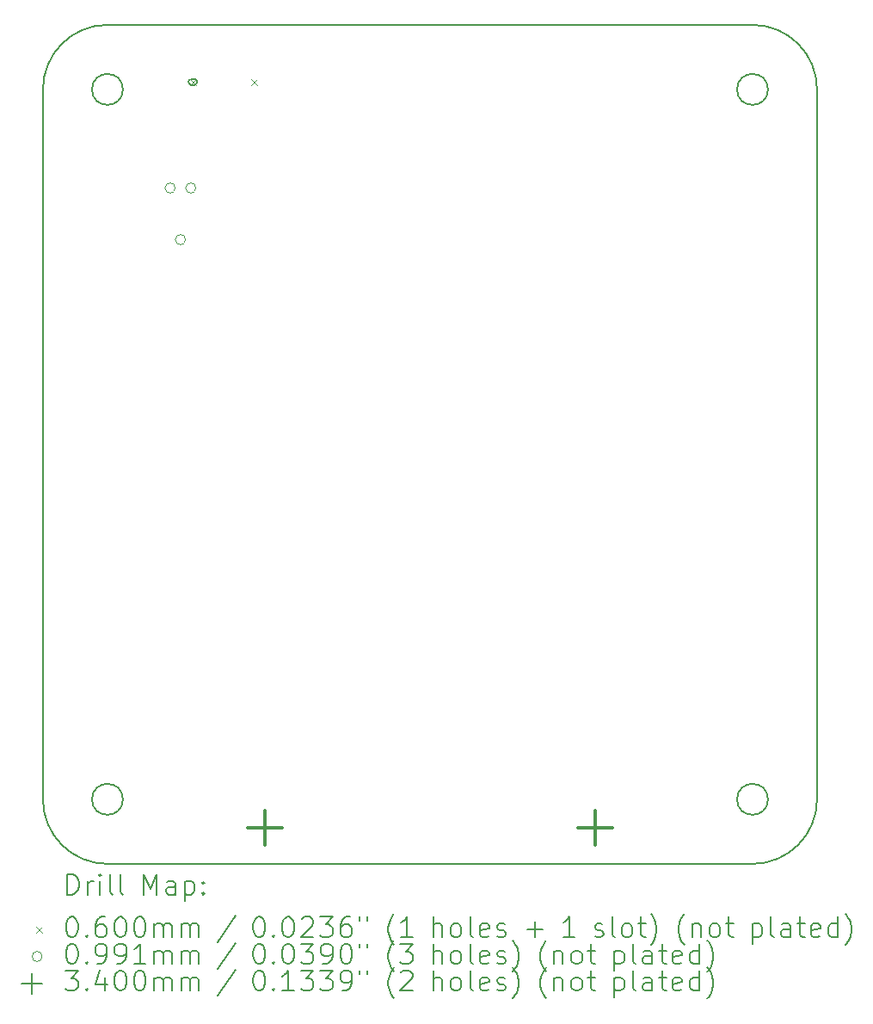
<source format=gbr>
%TF.GenerationSoftware,KiCad,Pcbnew,(7.0.0)*%
%TF.CreationDate,2023-08-22T13:37:15-04:00*%
%TF.ProjectId,Power Module Rev 5,506f7765-7220-44d6-9f64-756c65205265,rev?*%
%TF.SameCoordinates,Original*%
%TF.FileFunction,Drillmap*%
%TF.FilePolarity,Positive*%
%FSLAX45Y45*%
G04 Gerber Fmt 4.5, Leading zero omitted, Abs format (unit mm)*
G04 Created by KiCad (PCBNEW (7.0.0)) date 2023-08-22 13:37:15*
%MOMM*%
%LPD*%
G01*
G04 APERTURE LIST*
%ADD10C,0.160000*%
%ADD11C,0.200000*%
%ADD12C,0.060000*%
%ADD13C,0.099060*%
%ADD14C,0.340000*%
G04 APERTURE END LIST*
D10*
X16027400Y-12484100D02*
G75*
G03*
X16027400Y-12484100I-152400J0D01*
G01*
X16027400Y-5499100D02*
G75*
G03*
X16027400Y-5499100I-152400J0D01*
G01*
X9677400Y-5499100D02*
G75*
G03*
X9677400Y-5499100I-152400J0D01*
G01*
X9525000Y-4864100D02*
G75*
G03*
X8890000Y-5499100I0J-635000D01*
G01*
X9525000Y-4864100D02*
X15875000Y-4864100D01*
X9677400Y-12484100D02*
G75*
G03*
X9677400Y-12484100I-152400J0D01*
G01*
X15875000Y-13119100D02*
X9525000Y-13119100D01*
X16510000Y-5499100D02*
X16510000Y-12484100D01*
X8890000Y-12484100D02*
G75*
G03*
X9525000Y-13119100I635000J0D01*
G01*
X8890000Y-12484100D02*
X8890000Y-5499100D01*
X15875000Y-13119100D02*
G75*
G03*
X16510000Y-12484100I0J635000D01*
G01*
X16510000Y-5499100D02*
G75*
G03*
X15875000Y-4864100I-635000J0D01*
G01*
D11*
D12*
X10335460Y-5394700D02*
X10395460Y-5454700D01*
X10395460Y-5394700D02*
X10335460Y-5454700D01*
D11*
X10377960Y-5394700D02*
X10352960Y-5394700D01*
X10352960Y-5394700D02*
G75*
G03*
X10352960Y-5454700I0J-30000D01*
G01*
X10352960Y-5454700D02*
X10377960Y-5454700D01*
X10377960Y-5454700D02*
G75*
G03*
X10377960Y-5394700I0J30000D01*
G01*
D12*
X10935460Y-5394700D02*
X10995460Y-5454700D01*
X10995460Y-5394700D02*
X10935460Y-5454700D01*
D13*
X10191750Y-6469380D02*
G75*
G03*
X10191750Y-6469380I-49530J0D01*
G01*
X10293350Y-6977380D02*
G75*
G03*
X10293350Y-6977380I-49530J0D01*
G01*
X10394950Y-6469380D02*
G75*
G03*
X10394950Y-6469380I-49530J0D01*
G01*
D14*
X11075000Y-12593500D02*
X11075000Y-12933500D01*
X10905000Y-12763500D02*
X11245000Y-12763500D01*
X14325000Y-12593500D02*
X14325000Y-12933500D01*
X14155000Y-12763500D02*
X14495000Y-12763500D01*
D11*
X9129619Y-13420576D02*
X9129619Y-13220576D01*
X9129619Y-13220576D02*
X9177238Y-13220576D01*
X9177238Y-13220576D02*
X9205810Y-13230100D01*
X9205810Y-13230100D02*
X9224857Y-13249148D01*
X9224857Y-13249148D02*
X9234381Y-13268195D01*
X9234381Y-13268195D02*
X9243905Y-13306290D01*
X9243905Y-13306290D02*
X9243905Y-13334862D01*
X9243905Y-13334862D02*
X9234381Y-13372957D01*
X9234381Y-13372957D02*
X9224857Y-13392005D01*
X9224857Y-13392005D02*
X9205810Y-13411052D01*
X9205810Y-13411052D02*
X9177238Y-13420576D01*
X9177238Y-13420576D02*
X9129619Y-13420576D01*
X9329619Y-13420576D02*
X9329619Y-13287243D01*
X9329619Y-13325338D02*
X9339143Y-13306290D01*
X9339143Y-13306290D02*
X9348667Y-13296767D01*
X9348667Y-13296767D02*
X9367714Y-13287243D01*
X9367714Y-13287243D02*
X9386762Y-13287243D01*
X9453429Y-13420576D02*
X9453429Y-13287243D01*
X9453429Y-13220576D02*
X9443905Y-13230100D01*
X9443905Y-13230100D02*
X9453429Y-13239624D01*
X9453429Y-13239624D02*
X9462952Y-13230100D01*
X9462952Y-13230100D02*
X9453429Y-13220576D01*
X9453429Y-13220576D02*
X9453429Y-13239624D01*
X9577238Y-13420576D02*
X9558190Y-13411052D01*
X9558190Y-13411052D02*
X9548667Y-13392005D01*
X9548667Y-13392005D02*
X9548667Y-13220576D01*
X9682000Y-13420576D02*
X9662952Y-13411052D01*
X9662952Y-13411052D02*
X9653429Y-13392005D01*
X9653429Y-13392005D02*
X9653429Y-13220576D01*
X9878190Y-13420576D02*
X9878190Y-13220576D01*
X9878190Y-13220576D02*
X9944857Y-13363433D01*
X9944857Y-13363433D02*
X10011524Y-13220576D01*
X10011524Y-13220576D02*
X10011524Y-13420576D01*
X10192476Y-13420576D02*
X10192476Y-13315814D01*
X10192476Y-13315814D02*
X10182952Y-13296767D01*
X10182952Y-13296767D02*
X10163905Y-13287243D01*
X10163905Y-13287243D02*
X10125809Y-13287243D01*
X10125809Y-13287243D02*
X10106762Y-13296767D01*
X10192476Y-13411052D02*
X10173429Y-13420576D01*
X10173429Y-13420576D02*
X10125809Y-13420576D01*
X10125809Y-13420576D02*
X10106762Y-13411052D01*
X10106762Y-13411052D02*
X10097238Y-13392005D01*
X10097238Y-13392005D02*
X10097238Y-13372957D01*
X10097238Y-13372957D02*
X10106762Y-13353909D01*
X10106762Y-13353909D02*
X10125809Y-13344386D01*
X10125809Y-13344386D02*
X10173429Y-13344386D01*
X10173429Y-13344386D02*
X10192476Y-13334862D01*
X10287714Y-13287243D02*
X10287714Y-13487243D01*
X10287714Y-13296767D02*
X10306762Y-13287243D01*
X10306762Y-13287243D02*
X10344857Y-13287243D01*
X10344857Y-13287243D02*
X10363905Y-13296767D01*
X10363905Y-13296767D02*
X10373429Y-13306290D01*
X10373429Y-13306290D02*
X10382952Y-13325338D01*
X10382952Y-13325338D02*
X10382952Y-13382481D01*
X10382952Y-13382481D02*
X10373429Y-13401528D01*
X10373429Y-13401528D02*
X10363905Y-13411052D01*
X10363905Y-13411052D02*
X10344857Y-13420576D01*
X10344857Y-13420576D02*
X10306762Y-13420576D01*
X10306762Y-13420576D02*
X10287714Y-13411052D01*
X10468667Y-13401528D02*
X10478190Y-13411052D01*
X10478190Y-13411052D02*
X10468667Y-13420576D01*
X10468667Y-13420576D02*
X10459143Y-13411052D01*
X10459143Y-13411052D02*
X10468667Y-13401528D01*
X10468667Y-13401528D02*
X10468667Y-13420576D01*
X10468667Y-13296767D02*
X10478190Y-13306290D01*
X10478190Y-13306290D02*
X10468667Y-13315814D01*
X10468667Y-13315814D02*
X10459143Y-13306290D01*
X10459143Y-13306290D02*
X10468667Y-13296767D01*
X10468667Y-13296767D02*
X10468667Y-13315814D01*
D12*
X8822000Y-13737100D02*
X8882000Y-13797100D01*
X8882000Y-13737100D02*
X8822000Y-13797100D01*
D11*
X9167714Y-13640576D02*
X9186762Y-13640576D01*
X9186762Y-13640576D02*
X9205810Y-13650100D01*
X9205810Y-13650100D02*
X9215333Y-13659624D01*
X9215333Y-13659624D02*
X9224857Y-13678671D01*
X9224857Y-13678671D02*
X9234381Y-13716767D01*
X9234381Y-13716767D02*
X9234381Y-13764386D01*
X9234381Y-13764386D02*
X9224857Y-13802481D01*
X9224857Y-13802481D02*
X9215333Y-13821528D01*
X9215333Y-13821528D02*
X9205810Y-13831052D01*
X9205810Y-13831052D02*
X9186762Y-13840576D01*
X9186762Y-13840576D02*
X9167714Y-13840576D01*
X9167714Y-13840576D02*
X9148667Y-13831052D01*
X9148667Y-13831052D02*
X9139143Y-13821528D01*
X9139143Y-13821528D02*
X9129619Y-13802481D01*
X9129619Y-13802481D02*
X9120095Y-13764386D01*
X9120095Y-13764386D02*
X9120095Y-13716767D01*
X9120095Y-13716767D02*
X9129619Y-13678671D01*
X9129619Y-13678671D02*
X9139143Y-13659624D01*
X9139143Y-13659624D02*
X9148667Y-13650100D01*
X9148667Y-13650100D02*
X9167714Y-13640576D01*
X9320095Y-13821528D02*
X9329619Y-13831052D01*
X9329619Y-13831052D02*
X9320095Y-13840576D01*
X9320095Y-13840576D02*
X9310571Y-13831052D01*
X9310571Y-13831052D02*
X9320095Y-13821528D01*
X9320095Y-13821528D02*
X9320095Y-13840576D01*
X9501048Y-13640576D02*
X9462952Y-13640576D01*
X9462952Y-13640576D02*
X9443905Y-13650100D01*
X9443905Y-13650100D02*
X9434381Y-13659624D01*
X9434381Y-13659624D02*
X9415333Y-13688195D01*
X9415333Y-13688195D02*
X9405810Y-13726290D01*
X9405810Y-13726290D02*
X9405810Y-13802481D01*
X9405810Y-13802481D02*
X9415333Y-13821528D01*
X9415333Y-13821528D02*
X9424857Y-13831052D01*
X9424857Y-13831052D02*
X9443905Y-13840576D01*
X9443905Y-13840576D02*
X9482000Y-13840576D01*
X9482000Y-13840576D02*
X9501048Y-13831052D01*
X9501048Y-13831052D02*
X9510571Y-13821528D01*
X9510571Y-13821528D02*
X9520095Y-13802481D01*
X9520095Y-13802481D02*
X9520095Y-13754862D01*
X9520095Y-13754862D02*
X9510571Y-13735814D01*
X9510571Y-13735814D02*
X9501048Y-13726290D01*
X9501048Y-13726290D02*
X9482000Y-13716767D01*
X9482000Y-13716767D02*
X9443905Y-13716767D01*
X9443905Y-13716767D02*
X9424857Y-13726290D01*
X9424857Y-13726290D02*
X9415333Y-13735814D01*
X9415333Y-13735814D02*
X9405810Y-13754862D01*
X9643905Y-13640576D02*
X9662952Y-13640576D01*
X9662952Y-13640576D02*
X9682000Y-13650100D01*
X9682000Y-13650100D02*
X9691524Y-13659624D01*
X9691524Y-13659624D02*
X9701048Y-13678671D01*
X9701048Y-13678671D02*
X9710571Y-13716767D01*
X9710571Y-13716767D02*
X9710571Y-13764386D01*
X9710571Y-13764386D02*
X9701048Y-13802481D01*
X9701048Y-13802481D02*
X9691524Y-13821528D01*
X9691524Y-13821528D02*
X9682000Y-13831052D01*
X9682000Y-13831052D02*
X9662952Y-13840576D01*
X9662952Y-13840576D02*
X9643905Y-13840576D01*
X9643905Y-13840576D02*
X9624857Y-13831052D01*
X9624857Y-13831052D02*
X9615333Y-13821528D01*
X9615333Y-13821528D02*
X9605810Y-13802481D01*
X9605810Y-13802481D02*
X9596286Y-13764386D01*
X9596286Y-13764386D02*
X9596286Y-13716767D01*
X9596286Y-13716767D02*
X9605810Y-13678671D01*
X9605810Y-13678671D02*
X9615333Y-13659624D01*
X9615333Y-13659624D02*
X9624857Y-13650100D01*
X9624857Y-13650100D02*
X9643905Y-13640576D01*
X9834381Y-13640576D02*
X9853429Y-13640576D01*
X9853429Y-13640576D02*
X9872476Y-13650100D01*
X9872476Y-13650100D02*
X9882000Y-13659624D01*
X9882000Y-13659624D02*
X9891524Y-13678671D01*
X9891524Y-13678671D02*
X9901048Y-13716767D01*
X9901048Y-13716767D02*
X9901048Y-13764386D01*
X9901048Y-13764386D02*
X9891524Y-13802481D01*
X9891524Y-13802481D02*
X9882000Y-13821528D01*
X9882000Y-13821528D02*
X9872476Y-13831052D01*
X9872476Y-13831052D02*
X9853429Y-13840576D01*
X9853429Y-13840576D02*
X9834381Y-13840576D01*
X9834381Y-13840576D02*
X9815333Y-13831052D01*
X9815333Y-13831052D02*
X9805810Y-13821528D01*
X9805810Y-13821528D02*
X9796286Y-13802481D01*
X9796286Y-13802481D02*
X9786762Y-13764386D01*
X9786762Y-13764386D02*
X9786762Y-13716767D01*
X9786762Y-13716767D02*
X9796286Y-13678671D01*
X9796286Y-13678671D02*
X9805810Y-13659624D01*
X9805810Y-13659624D02*
X9815333Y-13650100D01*
X9815333Y-13650100D02*
X9834381Y-13640576D01*
X9986762Y-13840576D02*
X9986762Y-13707243D01*
X9986762Y-13726290D02*
X9996286Y-13716767D01*
X9996286Y-13716767D02*
X10015333Y-13707243D01*
X10015333Y-13707243D02*
X10043905Y-13707243D01*
X10043905Y-13707243D02*
X10062952Y-13716767D01*
X10062952Y-13716767D02*
X10072476Y-13735814D01*
X10072476Y-13735814D02*
X10072476Y-13840576D01*
X10072476Y-13735814D02*
X10082000Y-13716767D01*
X10082000Y-13716767D02*
X10101048Y-13707243D01*
X10101048Y-13707243D02*
X10129619Y-13707243D01*
X10129619Y-13707243D02*
X10148667Y-13716767D01*
X10148667Y-13716767D02*
X10158191Y-13735814D01*
X10158191Y-13735814D02*
X10158191Y-13840576D01*
X10253429Y-13840576D02*
X10253429Y-13707243D01*
X10253429Y-13726290D02*
X10262952Y-13716767D01*
X10262952Y-13716767D02*
X10282000Y-13707243D01*
X10282000Y-13707243D02*
X10310572Y-13707243D01*
X10310572Y-13707243D02*
X10329619Y-13716767D01*
X10329619Y-13716767D02*
X10339143Y-13735814D01*
X10339143Y-13735814D02*
X10339143Y-13840576D01*
X10339143Y-13735814D02*
X10348667Y-13716767D01*
X10348667Y-13716767D02*
X10367714Y-13707243D01*
X10367714Y-13707243D02*
X10396286Y-13707243D01*
X10396286Y-13707243D02*
X10415333Y-13716767D01*
X10415333Y-13716767D02*
X10424857Y-13735814D01*
X10424857Y-13735814D02*
X10424857Y-13840576D01*
X10782952Y-13631052D02*
X10611524Y-13888195D01*
X11007714Y-13640576D02*
X11026762Y-13640576D01*
X11026762Y-13640576D02*
X11045810Y-13650100D01*
X11045810Y-13650100D02*
X11055333Y-13659624D01*
X11055333Y-13659624D02*
X11064857Y-13678671D01*
X11064857Y-13678671D02*
X11074381Y-13716767D01*
X11074381Y-13716767D02*
X11074381Y-13764386D01*
X11074381Y-13764386D02*
X11064857Y-13802481D01*
X11064857Y-13802481D02*
X11055333Y-13821528D01*
X11055333Y-13821528D02*
X11045810Y-13831052D01*
X11045810Y-13831052D02*
X11026762Y-13840576D01*
X11026762Y-13840576D02*
X11007714Y-13840576D01*
X11007714Y-13840576D02*
X10988667Y-13831052D01*
X10988667Y-13831052D02*
X10979143Y-13821528D01*
X10979143Y-13821528D02*
X10969619Y-13802481D01*
X10969619Y-13802481D02*
X10960095Y-13764386D01*
X10960095Y-13764386D02*
X10960095Y-13716767D01*
X10960095Y-13716767D02*
X10969619Y-13678671D01*
X10969619Y-13678671D02*
X10979143Y-13659624D01*
X10979143Y-13659624D02*
X10988667Y-13650100D01*
X10988667Y-13650100D02*
X11007714Y-13640576D01*
X11160095Y-13821528D02*
X11169619Y-13831052D01*
X11169619Y-13831052D02*
X11160095Y-13840576D01*
X11160095Y-13840576D02*
X11150572Y-13831052D01*
X11150572Y-13831052D02*
X11160095Y-13821528D01*
X11160095Y-13821528D02*
X11160095Y-13840576D01*
X11293429Y-13640576D02*
X11312476Y-13640576D01*
X11312476Y-13640576D02*
X11331524Y-13650100D01*
X11331524Y-13650100D02*
X11341048Y-13659624D01*
X11341048Y-13659624D02*
X11350571Y-13678671D01*
X11350571Y-13678671D02*
X11360095Y-13716767D01*
X11360095Y-13716767D02*
X11360095Y-13764386D01*
X11360095Y-13764386D02*
X11350571Y-13802481D01*
X11350571Y-13802481D02*
X11341048Y-13821528D01*
X11341048Y-13821528D02*
X11331524Y-13831052D01*
X11331524Y-13831052D02*
X11312476Y-13840576D01*
X11312476Y-13840576D02*
X11293429Y-13840576D01*
X11293429Y-13840576D02*
X11274381Y-13831052D01*
X11274381Y-13831052D02*
X11264857Y-13821528D01*
X11264857Y-13821528D02*
X11255333Y-13802481D01*
X11255333Y-13802481D02*
X11245810Y-13764386D01*
X11245810Y-13764386D02*
X11245810Y-13716767D01*
X11245810Y-13716767D02*
X11255333Y-13678671D01*
X11255333Y-13678671D02*
X11264857Y-13659624D01*
X11264857Y-13659624D02*
X11274381Y-13650100D01*
X11274381Y-13650100D02*
X11293429Y-13640576D01*
X11436286Y-13659624D02*
X11445810Y-13650100D01*
X11445810Y-13650100D02*
X11464857Y-13640576D01*
X11464857Y-13640576D02*
X11512476Y-13640576D01*
X11512476Y-13640576D02*
X11531524Y-13650100D01*
X11531524Y-13650100D02*
X11541048Y-13659624D01*
X11541048Y-13659624D02*
X11550571Y-13678671D01*
X11550571Y-13678671D02*
X11550571Y-13697719D01*
X11550571Y-13697719D02*
X11541048Y-13726290D01*
X11541048Y-13726290D02*
X11426762Y-13840576D01*
X11426762Y-13840576D02*
X11550571Y-13840576D01*
X11617238Y-13640576D02*
X11741048Y-13640576D01*
X11741048Y-13640576D02*
X11674381Y-13716767D01*
X11674381Y-13716767D02*
X11702952Y-13716767D01*
X11702952Y-13716767D02*
X11722000Y-13726290D01*
X11722000Y-13726290D02*
X11731524Y-13735814D01*
X11731524Y-13735814D02*
X11741048Y-13754862D01*
X11741048Y-13754862D02*
X11741048Y-13802481D01*
X11741048Y-13802481D02*
X11731524Y-13821528D01*
X11731524Y-13821528D02*
X11722000Y-13831052D01*
X11722000Y-13831052D02*
X11702952Y-13840576D01*
X11702952Y-13840576D02*
X11645810Y-13840576D01*
X11645810Y-13840576D02*
X11626762Y-13831052D01*
X11626762Y-13831052D02*
X11617238Y-13821528D01*
X11912476Y-13640576D02*
X11874381Y-13640576D01*
X11874381Y-13640576D02*
X11855333Y-13650100D01*
X11855333Y-13650100D02*
X11845810Y-13659624D01*
X11845810Y-13659624D02*
X11826762Y-13688195D01*
X11826762Y-13688195D02*
X11817238Y-13726290D01*
X11817238Y-13726290D02*
X11817238Y-13802481D01*
X11817238Y-13802481D02*
X11826762Y-13821528D01*
X11826762Y-13821528D02*
X11836286Y-13831052D01*
X11836286Y-13831052D02*
X11855333Y-13840576D01*
X11855333Y-13840576D02*
X11893429Y-13840576D01*
X11893429Y-13840576D02*
X11912476Y-13831052D01*
X11912476Y-13831052D02*
X11922000Y-13821528D01*
X11922000Y-13821528D02*
X11931524Y-13802481D01*
X11931524Y-13802481D02*
X11931524Y-13754862D01*
X11931524Y-13754862D02*
X11922000Y-13735814D01*
X11922000Y-13735814D02*
X11912476Y-13726290D01*
X11912476Y-13726290D02*
X11893429Y-13716767D01*
X11893429Y-13716767D02*
X11855333Y-13716767D01*
X11855333Y-13716767D02*
X11836286Y-13726290D01*
X11836286Y-13726290D02*
X11826762Y-13735814D01*
X11826762Y-13735814D02*
X11817238Y-13754862D01*
X12007714Y-13640576D02*
X12007714Y-13678671D01*
X12083905Y-13640576D02*
X12083905Y-13678671D01*
X12346762Y-13916767D02*
X12337238Y-13907243D01*
X12337238Y-13907243D02*
X12318191Y-13878671D01*
X12318191Y-13878671D02*
X12308667Y-13859624D01*
X12308667Y-13859624D02*
X12299143Y-13831052D01*
X12299143Y-13831052D02*
X12289619Y-13783433D01*
X12289619Y-13783433D02*
X12289619Y-13745338D01*
X12289619Y-13745338D02*
X12299143Y-13697719D01*
X12299143Y-13697719D02*
X12308667Y-13669148D01*
X12308667Y-13669148D02*
X12318191Y-13650100D01*
X12318191Y-13650100D02*
X12337238Y-13621528D01*
X12337238Y-13621528D02*
X12346762Y-13612005D01*
X12527714Y-13840576D02*
X12413429Y-13840576D01*
X12470571Y-13840576D02*
X12470571Y-13640576D01*
X12470571Y-13640576D02*
X12451524Y-13669148D01*
X12451524Y-13669148D02*
X12432476Y-13688195D01*
X12432476Y-13688195D02*
X12413429Y-13697719D01*
X12733429Y-13840576D02*
X12733429Y-13640576D01*
X12819143Y-13840576D02*
X12819143Y-13735814D01*
X12819143Y-13735814D02*
X12809619Y-13716767D01*
X12809619Y-13716767D02*
X12790572Y-13707243D01*
X12790572Y-13707243D02*
X12762000Y-13707243D01*
X12762000Y-13707243D02*
X12742952Y-13716767D01*
X12742952Y-13716767D02*
X12733429Y-13726290D01*
X12942952Y-13840576D02*
X12923905Y-13831052D01*
X12923905Y-13831052D02*
X12914381Y-13821528D01*
X12914381Y-13821528D02*
X12904857Y-13802481D01*
X12904857Y-13802481D02*
X12904857Y-13745338D01*
X12904857Y-13745338D02*
X12914381Y-13726290D01*
X12914381Y-13726290D02*
X12923905Y-13716767D01*
X12923905Y-13716767D02*
X12942952Y-13707243D01*
X12942952Y-13707243D02*
X12971524Y-13707243D01*
X12971524Y-13707243D02*
X12990572Y-13716767D01*
X12990572Y-13716767D02*
X13000095Y-13726290D01*
X13000095Y-13726290D02*
X13009619Y-13745338D01*
X13009619Y-13745338D02*
X13009619Y-13802481D01*
X13009619Y-13802481D02*
X13000095Y-13821528D01*
X13000095Y-13821528D02*
X12990572Y-13831052D01*
X12990572Y-13831052D02*
X12971524Y-13840576D01*
X12971524Y-13840576D02*
X12942952Y-13840576D01*
X13123905Y-13840576D02*
X13104857Y-13831052D01*
X13104857Y-13831052D02*
X13095333Y-13812005D01*
X13095333Y-13812005D02*
X13095333Y-13640576D01*
X13276286Y-13831052D02*
X13257238Y-13840576D01*
X13257238Y-13840576D02*
X13219143Y-13840576D01*
X13219143Y-13840576D02*
X13200095Y-13831052D01*
X13200095Y-13831052D02*
X13190572Y-13812005D01*
X13190572Y-13812005D02*
X13190572Y-13735814D01*
X13190572Y-13735814D02*
X13200095Y-13716767D01*
X13200095Y-13716767D02*
X13219143Y-13707243D01*
X13219143Y-13707243D02*
X13257238Y-13707243D01*
X13257238Y-13707243D02*
X13276286Y-13716767D01*
X13276286Y-13716767D02*
X13285810Y-13735814D01*
X13285810Y-13735814D02*
X13285810Y-13754862D01*
X13285810Y-13754862D02*
X13190572Y-13773909D01*
X13362000Y-13831052D02*
X13381048Y-13840576D01*
X13381048Y-13840576D02*
X13419143Y-13840576D01*
X13419143Y-13840576D02*
X13438191Y-13831052D01*
X13438191Y-13831052D02*
X13447714Y-13812005D01*
X13447714Y-13812005D02*
X13447714Y-13802481D01*
X13447714Y-13802481D02*
X13438191Y-13783433D01*
X13438191Y-13783433D02*
X13419143Y-13773909D01*
X13419143Y-13773909D02*
X13390572Y-13773909D01*
X13390572Y-13773909D02*
X13371524Y-13764386D01*
X13371524Y-13764386D02*
X13362000Y-13745338D01*
X13362000Y-13745338D02*
X13362000Y-13735814D01*
X13362000Y-13735814D02*
X13371524Y-13716767D01*
X13371524Y-13716767D02*
X13390572Y-13707243D01*
X13390572Y-13707243D02*
X13419143Y-13707243D01*
X13419143Y-13707243D02*
X13438191Y-13716767D01*
X13653429Y-13764386D02*
X13805810Y-13764386D01*
X13729619Y-13840576D02*
X13729619Y-13688195D01*
X14125810Y-13840576D02*
X14011524Y-13840576D01*
X14068667Y-13840576D02*
X14068667Y-13640576D01*
X14068667Y-13640576D02*
X14049619Y-13669148D01*
X14049619Y-13669148D02*
X14030572Y-13688195D01*
X14030572Y-13688195D02*
X14011524Y-13697719D01*
X14322000Y-13831052D02*
X14341048Y-13840576D01*
X14341048Y-13840576D02*
X14379143Y-13840576D01*
X14379143Y-13840576D02*
X14398191Y-13831052D01*
X14398191Y-13831052D02*
X14407714Y-13812005D01*
X14407714Y-13812005D02*
X14407714Y-13802481D01*
X14407714Y-13802481D02*
X14398191Y-13783433D01*
X14398191Y-13783433D02*
X14379143Y-13773909D01*
X14379143Y-13773909D02*
X14350572Y-13773909D01*
X14350572Y-13773909D02*
X14331524Y-13764386D01*
X14331524Y-13764386D02*
X14322000Y-13745338D01*
X14322000Y-13745338D02*
X14322000Y-13735814D01*
X14322000Y-13735814D02*
X14331524Y-13716767D01*
X14331524Y-13716767D02*
X14350572Y-13707243D01*
X14350572Y-13707243D02*
X14379143Y-13707243D01*
X14379143Y-13707243D02*
X14398191Y-13716767D01*
X14522000Y-13840576D02*
X14502953Y-13831052D01*
X14502953Y-13831052D02*
X14493429Y-13812005D01*
X14493429Y-13812005D02*
X14493429Y-13640576D01*
X14626762Y-13840576D02*
X14607714Y-13831052D01*
X14607714Y-13831052D02*
X14598191Y-13821528D01*
X14598191Y-13821528D02*
X14588667Y-13802481D01*
X14588667Y-13802481D02*
X14588667Y-13745338D01*
X14588667Y-13745338D02*
X14598191Y-13726290D01*
X14598191Y-13726290D02*
X14607714Y-13716767D01*
X14607714Y-13716767D02*
X14626762Y-13707243D01*
X14626762Y-13707243D02*
X14655334Y-13707243D01*
X14655334Y-13707243D02*
X14674381Y-13716767D01*
X14674381Y-13716767D02*
X14683905Y-13726290D01*
X14683905Y-13726290D02*
X14693429Y-13745338D01*
X14693429Y-13745338D02*
X14693429Y-13802481D01*
X14693429Y-13802481D02*
X14683905Y-13821528D01*
X14683905Y-13821528D02*
X14674381Y-13831052D01*
X14674381Y-13831052D02*
X14655334Y-13840576D01*
X14655334Y-13840576D02*
X14626762Y-13840576D01*
X14750572Y-13707243D02*
X14826762Y-13707243D01*
X14779143Y-13640576D02*
X14779143Y-13812005D01*
X14779143Y-13812005D02*
X14788667Y-13831052D01*
X14788667Y-13831052D02*
X14807714Y-13840576D01*
X14807714Y-13840576D02*
X14826762Y-13840576D01*
X14874381Y-13916767D02*
X14883905Y-13907243D01*
X14883905Y-13907243D02*
X14902953Y-13878671D01*
X14902953Y-13878671D02*
X14912476Y-13859624D01*
X14912476Y-13859624D02*
X14922000Y-13831052D01*
X14922000Y-13831052D02*
X14931524Y-13783433D01*
X14931524Y-13783433D02*
X14931524Y-13745338D01*
X14931524Y-13745338D02*
X14922000Y-13697719D01*
X14922000Y-13697719D02*
X14912476Y-13669148D01*
X14912476Y-13669148D02*
X14902953Y-13650100D01*
X14902953Y-13650100D02*
X14883905Y-13621528D01*
X14883905Y-13621528D02*
X14874381Y-13612005D01*
X15203905Y-13916767D02*
X15194381Y-13907243D01*
X15194381Y-13907243D02*
X15175333Y-13878671D01*
X15175333Y-13878671D02*
X15165810Y-13859624D01*
X15165810Y-13859624D02*
X15156286Y-13831052D01*
X15156286Y-13831052D02*
X15146762Y-13783433D01*
X15146762Y-13783433D02*
X15146762Y-13745338D01*
X15146762Y-13745338D02*
X15156286Y-13697719D01*
X15156286Y-13697719D02*
X15165810Y-13669148D01*
X15165810Y-13669148D02*
X15175333Y-13650100D01*
X15175333Y-13650100D02*
X15194381Y-13621528D01*
X15194381Y-13621528D02*
X15203905Y-13612005D01*
X15280095Y-13707243D02*
X15280095Y-13840576D01*
X15280095Y-13726290D02*
X15289619Y-13716767D01*
X15289619Y-13716767D02*
X15308667Y-13707243D01*
X15308667Y-13707243D02*
X15337238Y-13707243D01*
X15337238Y-13707243D02*
X15356286Y-13716767D01*
X15356286Y-13716767D02*
X15365810Y-13735814D01*
X15365810Y-13735814D02*
X15365810Y-13840576D01*
X15489619Y-13840576D02*
X15470572Y-13831052D01*
X15470572Y-13831052D02*
X15461048Y-13821528D01*
X15461048Y-13821528D02*
X15451524Y-13802481D01*
X15451524Y-13802481D02*
X15451524Y-13745338D01*
X15451524Y-13745338D02*
X15461048Y-13726290D01*
X15461048Y-13726290D02*
X15470572Y-13716767D01*
X15470572Y-13716767D02*
X15489619Y-13707243D01*
X15489619Y-13707243D02*
X15518191Y-13707243D01*
X15518191Y-13707243D02*
X15537238Y-13716767D01*
X15537238Y-13716767D02*
X15546762Y-13726290D01*
X15546762Y-13726290D02*
X15556286Y-13745338D01*
X15556286Y-13745338D02*
X15556286Y-13802481D01*
X15556286Y-13802481D02*
X15546762Y-13821528D01*
X15546762Y-13821528D02*
X15537238Y-13831052D01*
X15537238Y-13831052D02*
X15518191Y-13840576D01*
X15518191Y-13840576D02*
X15489619Y-13840576D01*
X15613429Y-13707243D02*
X15689619Y-13707243D01*
X15642000Y-13640576D02*
X15642000Y-13812005D01*
X15642000Y-13812005D02*
X15651524Y-13831052D01*
X15651524Y-13831052D02*
X15670572Y-13840576D01*
X15670572Y-13840576D02*
X15689619Y-13840576D01*
X15876286Y-13707243D02*
X15876286Y-13907243D01*
X15876286Y-13716767D02*
X15895333Y-13707243D01*
X15895333Y-13707243D02*
X15933429Y-13707243D01*
X15933429Y-13707243D02*
X15952476Y-13716767D01*
X15952476Y-13716767D02*
X15962000Y-13726290D01*
X15962000Y-13726290D02*
X15971524Y-13745338D01*
X15971524Y-13745338D02*
X15971524Y-13802481D01*
X15971524Y-13802481D02*
X15962000Y-13821528D01*
X15962000Y-13821528D02*
X15952476Y-13831052D01*
X15952476Y-13831052D02*
X15933429Y-13840576D01*
X15933429Y-13840576D02*
X15895333Y-13840576D01*
X15895333Y-13840576D02*
X15876286Y-13831052D01*
X16085810Y-13840576D02*
X16066762Y-13831052D01*
X16066762Y-13831052D02*
X16057238Y-13812005D01*
X16057238Y-13812005D02*
X16057238Y-13640576D01*
X16247714Y-13840576D02*
X16247714Y-13735814D01*
X16247714Y-13735814D02*
X16238191Y-13716767D01*
X16238191Y-13716767D02*
X16219143Y-13707243D01*
X16219143Y-13707243D02*
X16181048Y-13707243D01*
X16181048Y-13707243D02*
X16162000Y-13716767D01*
X16247714Y-13831052D02*
X16228667Y-13840576D01*
X16228667Y-13840576D02*
X16181048Y-13840576D01*
X16181048Y-13840576D02*
X16162000Y-13831052D01*
X16162000Y-13831052D02*
X16152476Y-13812005D01*
X16152476Y-13812005D02*
X16152476Y-13792957D01*
X16152476Y-13792957D02*
X16162000Y-13773909D01*
X16162000Y-13773909D02*
X16181048Y-13764386D01*
X16181048Y-13764386D02*
X16228667Y-13764386D01*
X16228667Y-13764386D02*
X16247714Y-13754862D01*
X16314381Y-13707243D02*
X16390572Y-13707243D01*
X16342953Y-13640576D02*
X16342953Y-13812005D01*
X16342953Y-13812005D02*
X16352476Y-13831052D01*
X16352476Y-13831052D02*
X16371524Y-13840576D01*
X16371524Y-13840576D02*
X16390572Y-13840576D01*
X16533429Y-13831052D02*
X16514381Y-13840576D01*
X16514381Y-13840576D02*
X16476286Y-13840576D01*
X16476286Y-13840576D02*
X16457238Y-13831052D01*
X16457238Y-13831052D02*
X16447714Y-13812005D01*
X16447714Y-13812005D02*
X16447714Y-13735814D01*
X16447714Y-13735814D02*
X16457238Y-13716767D01*
X16457238Y-13716767D02*
X16476286Y-13707243D01*
X16476286Y-13707243D02*
X16514381Y-13707243D01*
X16514381Y-13707243D02*
X16533429Y-13716767D01*
X16533429Y-13716767D02*
X16542953Y-13735814D01*
X16542953Y-13735814D02*
X16542953Y-13754862D01*
X16542953Y-13754862D02*
X16447714Y-13773909D01*
X16714381Y-13840576D02*
X16714381Y-13640576D01*
X16714381Y-13831052D02*
X16695334Y-13840576D01*
X16695334Y-13840576D02*
X16657238Y-13840576D01*
X16657238Y-13840576D02*
X16638191Y-13831052D01*
X16638191Y-13831052D02*
X16628667Y-13821528D01*
X16628667Y-13821528D02*
X16619143Y-13802481D01*
X16619143Y-13802481D02*
X16619143Y-13745338D01*
X16619143Y-13745338D02*
X16628667Y-13726290D01*
X16628667Y-13726290D02*
X16638191Y-13716767D01*
X16638191Y-13716767D02*
X16657238Y-13707243D01*
X16657238Y-13707243D02*
X16695334Y-13707243D01*
X16695334Y-13707243D02*
X16714381Y-13716767D01*
X16790572Y-13916767D02*
X16800096Y-13907243D01*
X16800096Y-13907243D02*
X16819143Y-13878671D01*
X16819143Y-13878671D02*
X16828667Y-13859624D01*
X16828667Y-13859624D02*
X16838191Y-13831052D01*
X16838191Y-13831052D02*
X16847715Y-13783433D01*
X16847715Y-13783433D02*
X16847715Y-13745338D01*
X16847715Y-13745338D02*
X16838191Y-13697719D01*
X16838191Y-13697719D02*
X16828667Y-13669148D01*
X16828667Y-13669148D02*
X16819143Y-13650100D01*
X16819143Y-13650100D02*
X16800096Y-13621528D01*
X16800096Y-13621528D02*
X16790572Y-13612005D01*
D13*
X8882000Y-14031100D02*
G75*
G03*
X8882000Y-14031100I-49530J0D01*
G01*
D11*
X9167714Y-13904576D02*
X9186762Y-13904576D01*
X9186762Y-13904576D02*
X9205810Y-13914100D01*
X9205810Y-13914100D02*
X9215333Y-13923624D01*
X9215333Y-13923624D02*
X9224857Y-13942671D01*
X9224857Y-13942671D02*
X9234381Y-13980767D01*
X9234381Y-13980767D02*
X9234381Y-14028386D01*
X9234381Y-14028386D02*
X9224857Y-14066481D01*
X9224857Y-14066481D02*
X9215333Y-14085528D01*
X9215333Y-14085528D02*
X9205810Y-14095052D01*
X9205810Y-14095052D02*
X9186762Y-14104576D01*
X9186762Y-14104576D02*
X9167714Y-14104576D01*
X9167714Y-14104576D02*
X9148667Y-14095052D01*
X9148667Y-14095052D02*
X9139143Y-14085528D01*
X9139143Y-14085528D02*
X9129619Y-14066481D01*
X9129619Y-14066481D02*
X9120095Y-14028386D01*
X9120095Y-14028386D02*
X9120095Y-13980767D01*
X9120095Y-13980767D02*
X9129619Y-13942671D01*
X9129619Y-13942671D02*
X9139143Y-13923624D01*
X9139143Y-13923624D02*
X9148667Y-13914100D01*
X9148667Y-13914100D02*
X9167714Y-13904576D01*
X9320095Y-14085528D02*
X9329619Y-14095052D01*
X9329619Y-14095052D02*
X9320095Y-14104576D01*
X9320095Y-14104576D02*
X9310571Y-14095052D01*
X9310571Y-14095052D02*
X9320095Y-14085528D01*
X9320095Y-14085528D02*
X9320095Y-14104576D01*
X9424857Y-14104576D02*
X9462952Y-14104576D01*
X9462952Y-14104576D02*
X9482000Y-14095052D01*
X9482000Y-14095052D02*
X9491524Y-14085528D01*
X9491524Y-14085528D02*
X9510571Y-14056957D01*
X9510571Y-14056957D02*
X9520095Y-14018862D01*
X9520095Y-14018862D02*
X9520095Y-13942671D01*
X9520095Y-13942671D02*
X9510571Y-13923624D01*
X9510571Y-13923624D02*
X9501048Y-13914100D01*
X9501048Y-13914100D02*
X9482000Y-13904576D01*
X9482000Y-13904576D02*
X9443905Y-13904576D01*
X9443905Y-13904576D02*
X9424857Y-13914100D01*
X9424857Y-13914100D02*
X9415333Y-13923624D01*
X9415333Y-13923624D02*
X9405810Y-13942671D01*
X9405810Y-13942671D02*
X9405810Y-13990290D01*
X9405810Y-13990290D02*
X9415333Y-14009338D01*
X9415333Y-14009338D02*
X9424857Y-14018862D01*
X9424857Y-14018862D02*
X9443905Y-14028386D01*
X9443905Y-14028386D02*
X9482000Y-14028386D01*
X9482000Y-14028386D02*
X9501048Y-14018862D01*
X9501048Y-14018862D02*
X9510571Y-14009338D01*
X9510571Y-14009338D02*
X9520095Y-13990290D01*
X9615333Y-14104576D02*
X9653429Y-14104576D01*
X9653429Y-14104576D02*
X9672476Y-14095052D01*
X9672476Y-14095052D02*
X9682000Y-14085528D01*
X9682000Y-14085528D02*
X9701048Y-14056957D01*
X9701048Y-14056957D02*
X9710571Y-14018862D01*
X9710571Y-14018862D02*
X9710571Y-13942671D01*
X9710571Y-13942671D02*
X9701048Y-13923624D01*
X9701048Y-13923624D02*
X9691524Y-13914100D01*
X9691524Y-13914100D02*
X9672476Y-13904576D01*
X9672476Y-13904576D02*
X9634381Y-13904576D01*
X9634381Y-13904576D02*
X9615333Y-13914100D01*
X9615333Y-13914100D02*
X9605810Y-13923624D01*
X9605810Y-13923624D02*
X9596286Y-13942671D01*
X9596286Y-13942671D02*
X9596286Y-13990290D01*
X9596286Y-13990290D02*
X9605810Y-14009338D01*
X9605810Y-14009338D02*
X9615333Y-14018862D01*
X9615333Y-14018862D02*
X9634381Y-14028386D01*
X9634381Y-14028386D02*
X9672476Y-14028386D01*
X9672476Y-14028386D02*
X9691524Y-14018862D01*
X9691524Y-14018862D02*
X9701048Y-14009338D01*
X9701048Y-14009338D02*
X9710571Y-13990290D01*
X9901048Y-14104576D02*
X9786762Y-14104576D01*
X9843905Y-14104576D02*
X9843905Y-13904576D01*
X9843905Y-13904576D02*
X9824857Y-13933148D01*
X9824857Y-13933148D02*
X9805810Y-13952195D01*
X9805810Y-13952195D02*
X9786762Y-13961719D01*
X9986762Y-14104576D02*
X9986762Y-13971243D01*
X9986762Y-13990290D02*
X9996286Y-13980767D01*
X9996286Y-13980767D02*
X10015333Y-13971243D01*
X10015333Y-13971243D02*
X10043905Y-13971243D01*
X10043905Y-13971243D02*
X10062952Y-13980767D01*
X10062952Y-13980767D02*
X10072476Y-13999814D01*
X10072476Y-13999814D02*
X10072476Y-14104576D01*
X10072476Y-13999814D02*
X10082000Y-13980767D01*
X10082000Y-13980767D02*
X10101048Y-13971243D01*
X10101048Y-13971243D02*
X10129619Y-13971243D01*
X10129619Y-13971243D02*
X10148667Y-13980767D01*
X10148667Y-13980767D02*
X10158191Y-13999814D01*
X10158191Y-13999814D02*
X10158191Y-14104576D01*
X10253429Y-14104576D02*
X10253429Y-13971243D01*
X10253429Y-13990290D02*
X10262952Y-13980767D01*
X10262952Y-13980767D02*
X10282000Y-13971243D01*
X10282000Y-13971243D02*
X10310572Y-13971243D01*
X10310572Y-13971243D02*
X10329619Y-13980767D01*
X10329619Y-13980767D02*
X10339143Y-13999814D01*
X10339143Y-13999814D02*
X10339143Y-14104576D01*
X10339143Y-13999814D02*
X10348667Y-13980767D01*
X10348667Y-13980767D02*
X10367714Y-13971243D01*
X10367714Y-13971243D02*
X10396286Y-13971243D01*
X10396286Y-13971243D02*
X10415333Y-13980767D01*
X10415333Y-13980767D02*
X10424857Y-13999814D01*
X10424857Y-13999814D02*
X10424857Y-14104576D01*
X10782952Y-13895052D02*
X10611524Y-14152195D01*
X11007714Y-13904576D02*
X11026762Y-13904576D01*
X11026762Y-13904576D02*
X11045810Y-13914100D01*
X11045810Y-13914100D02*
X11055333Y-13923624D01*
X11055333Y-13923624D02*
X11064857Y-13942671D01*
X11064857Y-13942671D02*
X11074381Y-13980767D01*
X11074381Y-13980767D02*
X11074381Y-14028386D01*
X11074381Y-14028386D02*
X11064857Y-14066481D01*
X11064857Y-14066481D02*
X11055333Y-14085528D01*
X11055333Y-14085528D02*
X11045810Y-14095052D01*
X11045810Y-14095052D02*
X11026762Y-14104576D01*
X11026762Y-14104576D02*
X11007714Y-14104576D01*
X11007714Y-14104576D02*
X10988667Y-14095052D01*
X10988667Y-14095052D02*
X10979143Y-14085528D01*
X10979143Y-14085528D02*
X10969619Y-14066481D01*
X10969619Y-14066481D02*
X10960095Y-14028386D01*
X10960095Y-14028386D02*
X10960095Y-13980767D01*
X10960095Y-13980767D02*
X10969619Y-13942671D01*
X10969619Y-13942671D02*
X10979143Y-13923624D01*
X10979143Y-13923624D02*
X10988667Y-13914100D01*
X10988667Y-13914100D02*
X11007714Y-13904576D01*
X11160095Y-14085528D02*
X11169619Y-14095052D01*
X11169619Y-14095052D02*
X11160095Y-14104576D01*
X11160095Y-14104576D02*
X11150572Y-14095052D01*
X11150572Y-14095052D02*
X11160095Y-14085528D01*
X11160095Y-14085528D02*
X11160095Y-14104576D01*
X11293429Y-13904576D02*
X11312476Y-13904576D01*
X11312476Y-13904576D02*
X11331524Y-13914100D01*
X11331524Y-13914100D02*
X11341048Y-13923624D01*
X11341048Y-13923624D02*
X11350571Y-13942671D01*
X11350571Y-13942671D02*
X11360095Y-13980767D01*
X11360095Y-13980767D02*
X11360095Y-14028386D01*
X11360095Y-14028386D02*
X11350571Y-14066481D01*
X11350571Y-14066481D02*
X11341048Y-14085528D01*
X11341048Y-14085528D02*
X11331524Y-14095052D01*
X11331524Y-14095052D02*
X11312476Y-14104576D01*
X11312476Y-14104576D02*
X11293429Y-14104576D01*
X11293429Y-14104576D02*
X11274381Y-14095052D01*
X11274381Y-14095052D02*
X11264857Y-14085528D01*
X11264857Y-14085528D02*
X11255333Y-14066481D01*
X11255333Y-14066481D02*
X11245810Y-14028386D01*
X11245810Y-14028386D02*
X11245810Y-13980767D01*
X11245810Y-13980767D02*
X11255333Y-13942671D01*
X11255333Y-13942671D02*
X11264857Y-13923624D01*
X11264857Y-13923624D02*
X11274381Y-13914100D01*
X11274381Y-13914100D02*
X11293429Y-13904576D01*
X11426762Y-13904576D02*
X11550571Y-13904576D01*
X11550571Y-13904576D02*
X11483905Y-13980767D01*
X11483905Y-13980767D02*
X11512476Y-13980767D01*
X11512476Y-13980767D02*
X11531524Y-13990290D01*
X11531524Y-13990290D02*
X11541048Y-13999814D01*
X11541048Y-13999814D02*
X11550571Y-14018862D01*
X11550571Y-14018862D02*
X11550571Y-14066481D01*
X11550571Y-14066481D02*
X11541048Y-14085528D01*
X11541048Y-14085528D02*
X11531524Y-14095052D01*
X11531524Y-14095052D02*
X11512476Y-14104576D01*
X11512476Y-14104576D02*
X11455333Y-14104576D01*
X11455333Y-14104576D02*
X11436286Y-14095052D01*
X11436286Y-14095052D02*
X11426762Y-14085528D01*
X11645810Y-14104576D02*
X11683905Y-14104576D01*
X11683905Y-14104576D02*
X11702952Y-14095052D01*
X11702952Y-14095052D02*
X11712476Y-14085528D01*
X11712476Y-14085528D02*
X11731524Y-14056957D01*
X11731524Y-14056957D02*
X11741048Y-14018862D01*
X11741048Y-14018862D02*
X11741048Y-13942671D01*
X11741048Y-13942671D02*
X11731524Y-13923624D01*
X11731524Y-13923624D02*
X11722000Y-13914100D01*
X11722000Y-13914100D02*
X11702952Y-13904576D01*
X11702952Y-13904576D02*
X11664857Y-13904576D01*
X11664857Y-13904576D02*
X11645810Y-13914100D01*
X11645810Y-13914100D02*
X11636286Y-13923624D01*
X11636286Y-13923624D02*
X11626762Y-13942671D01*
X11626762Y-13942671D02*
X11626762Y-13990290D01*
X11626762Y-13990290D02*
X11636286Y-14009338D01*
X11636286Y-14009338D02*
X11645810Y-14018862D01*
X11645810Y-14018862D02*
X11664857Y-14028386D01*
X11664857Y-14028386D02*
X11702952Y-14028386D01*
X11702952Y-14028386D02*
X11722000Y-14018862D01*
X11722000Y-14018862D02*
X11731524Y-14009338D01*
X11731524Y-14009338D02*
X11741048Y-13990290D01*
X11864857Y-13904576D02*
X11883905Y-13904576D01*
X11883905Y-13904576D02*
X11902952Y-13914100D01*
X11902952Y-13914100D02*
X11912476Y-13923624D01*
X11912476Y-13923624D02*
X11922000Y-13942671D01*
X11922000Y-13942671D02*
X11931524Y-13980767D01*
X11931524Y-13980767D02*
X11931524Y-14028386D01*
X11931524Y-14028386D02*
X11922000Y-14066481D01*
X11922000Y-14066481D02*
X11912476Y-14085528D01*
X11912476Y-14085528D02*
X11902952Y-14095052D01*
X11902952Y-14095052D02*
X11883905Y-14104576D01*
X11883905Y-14104576D02*
X11864857Y-14104576D01*
X11864857Y-14104576D02*
X11845810Y-14095052D01*
X11845810Y-14095052D02*
X11836286Y-14085528D01*
X11836286Y-14085528D02*
X11826762Y-14066481D01*
X11826762Y-14066481D02*
X11817238Y-14028386D01*
X11817238Y-14028386D02*
X11817238Y-13980767D01*
X11817238Y-13980767D02*
X11826762Y-13942671D01*
X11826762Y-13942671D02*
X11836286Y-13923624D01*
X11836286Y-13923624D02*
X11845810Y-13914100D01*
X11845810Y-13914100D02*
X11864857Y-13904576D01*
X12007714Y-13904576D02*
X12007714Y-13942671D01*
X12083905Y-13904576D02*
X12083905Y-13942671D01*
X12346762Y-14180767D02*
X12337238Y-14171243D01*
X12337238Y-14171243D02*
X12318191Y-14142671D01*
X12318191Y-14142671D02*
X12308667Y-14123624D01*
X12308667Y-14123624D02*
X12299143Y-14095052D01*
X12299143Y-14095052D02*
X12289619Y-14047433D01*
X12289619Y-14047433D02*
X12289619Y-14009338D01*
X12289619Y-14009338D02*
X12299143Y-13961719D01*
X12299143Y-13961719D02*
X12308667Y-13933148D01*
X12308667Y-13933148D02*
X12318191Y-13914100D01*
X12318191Y-13914100D02*
X12337238Y-13885528D01*
X12337238Y-13885528D02*
X12346762Y-13876005D01*
X12403905Y-13904576D02*
X12527714Y-13904576D01*
X12527714Y-13904576D02*
X12461048Y-13980767D01*
X12461048Y-13980767D02*
X12489619Y-13980767D01*
X12489619Y-13980767D02*
X12508667Y-13990290D01*
X12508667Y-13990290D02*
X12518191Y-13999814D01*
X12518191Y-13999814D02*
X12527714Y-14018862D01*
X12527714Y-14018862D02*
X12527714Y-14066481D01*
X12527714Y-14066481D02*
X12518191Y-14085528D01*
X12518191Y-14085528D02*
X12508667Y-14095052D01*
X12508667Y-14095052D02*
X12489619Y-14104576D01*
X12489619Y-14104576D02*
X12432476Y-14104576D01*
X12432476Y-14104576D02*
X12413429Y-14095052D01*
X12413429Y-14095052D02*
X12403905Y-14085528D01*
X12733429Y-14104576D02*
X12733429Y-13904576D01*
X12819143Y-14104576D02*
X12819143Y-13999814D01*
X12819143Y-13999814D02*
X12809619Y-13980767D01*
X12809619Y-13980767D02*
X12790572Y-13971243D01*
X12790572Y-13971243D02*
X12762000Y-13971243D01*
X12762000Y-13971243D02*
X12742952Y-13980767D01*
X12742952Y-13980767D02*
X12733429Y-13990290D01*
X12942952Y-14104576D02*
X12923905Y-14095052D01*
X12923905Y-14095052D02*
X12914381Y-14085528D01*
X12914381Y-14085528D02*
X12904857Y-14066481D01*
X12904857Y-14066481D02*
X12904857Y-14009338D01*
X12904857Y-14009338D02*
X12914381Y-13990290D01*
X12914381Y-13990290D02*
X12923905Y-13980767D01*
X12923905Y-13980767D02*
X12942952Y-13971243D01*
X12942952Y-13971243D02*
X12971524Y-13971243D01*
X12971524Y-13971243D02*
X12990572Y-13980767D01*
X12990572Y-13980767D02*
X13000095Y-13990290D01*
X13000095Y-13990290D02*
X13009619Y-14009338D01*
X13009619Y-14009338D02*
X13009619Y-14066481D01*
X13009619Y-14066481D02*
X13000095Y-14085528D01*
X13000095Y-14085528D02*
X12990572Y-14095052D01*
X12990572Y-14095052D02*
X12971524Y-14104576D01*
X12971524Y-14104576D02*
X12942952Y-14104576D01*
X13123905Y-14104576D02*
X13104857Y-14095052D01*
X13104857Y-14095052D02*
X13095333Y-14076005D01*
X13095333Y-14076005D02*
X13095333Y-13904576D01*
X13276286Y-14095052D02*
X13257238Y-14104576D01*
X13257238Y-14104576D02*
X13219143Y-14104576D01*
X13219143Y-14104576D02*
X13200095Y-14095052D01*
X13200095Y-14095052D02*
X13190572Y-14076005D01*
X13190572Y-14076005D02*
X13190572Y-13999814D01*
X13190572Y-13999814D02*
X13200095Y-13980767D01*
X13200095Y-13980767D02*
X13219143Y-13971243D01*
X13219143Y-13971243D02*
X13257238Y-13971243D01*
X13257238Y-13971243D02*
X13276286Y-13980767D01*
X13276286Y-13980767D02*
X13285810Y-13999814D01*
X13285810Y-13999814D02*
X13285810Y-14018862D01*
X13285810Y-14018862D02*
X13190572Y-14037909D01*
X13362000Y-14095052D02*
X13381048Y-14104576D01*
X13381048Y-14104576D02*
X13419143Y-14104576D01*
X13419143Y-14104576D02*
X13438191Y-14095052D01*
X13438191Y-14095052D02*
X13447714Y-14076005D01*
X13447714Y-14076005D02*
X13447714Y-14066481D01*
X13447714Y-14066481D02*
X13438191Y-14047433D01*
X13438191Y-14047433D02*
X13419143Y-14037909D01*
X13419143Y-14037909D02*
X13390572Y-14037909D01*
X13390572Y-14037909D02*
X13371524Y-14028386D01*
X13371524Y-14028386D02*
X13362000Y-14009338D01*
X13362000Y-14009338D02*
X13362000Y-13999814D01*
X13362000Y-13999814D02*
X13371524Y-13980767D01*
X13371524Y-13980767D02*
X13390572Y-13971243D01*
X13390572Y-13971243D02*
X13419143Y-13971243D01*
X13419143Y-13971243D02*
X13438191Y-13980767D01*
X13514381Y-14180767D02*
X13523905Y-14171243D01*
X13523905Y-14171243D02*
X13542953Y-14142671D01*
X13542953Y-14142671D02*
X13552476Y-14123624D01*
X13552476Y-14123624D02*
X13562000Y-14095052D01*
X13562000Y-14095052D02*
X13571524Y-14047433D01*
X13571524Y-14047433D02*
X13571524Y-14009338D01*
X13571524Y-14009338D02*
X13562000Y-13961719D01*
X13562000Y-13961719D02*
X13552476Y-13933148D01*
X13552476Y-13933148D02*
X13542953Y-13914100D01*
X13542953Y-13914100D02*
X13523905Y-13885528D01*
X13523905Y-13885528D02*
X13514381Y-13876005D01*
X13843905Y-14180767D02*
X13834381Y-14171243D01*
X13834381Y-14171243D02*
X13815333Y-14142671D01*
X13815333Y-14142671D02*
X13805810Y-14123624D01*
X13805810Y-14123624D02*
X13796286Y-14095052D01*
X13796286Y-14095052D02*
X13786762Y-14047433D01*
X13786762Y-14047433D02*
X13786762Y-14009338D01*
X13786762Y-14009338D02*
X13796286Y-13961719D01*
X13796286Y-13961719D02*
X13805810Y-13933148D01*
X13805810Y-13933148D02*
X13815333Y-13914100D01*
X13815333Y-13914100D02*
X13834381Y-13885528D01*
X13834381Y-13885528D02*
X13843905Y-13876005D01*
X13920095Y-13971243D02*
X13920095Y-14104576D01*
X13920095Y-13990290D02*
X13929619Y-13980767D01*
X13929619Y-13980767D02*
X13948667Y-13971243D01*
X13948667Y-13971243D02*
X13977238Y-13971243D01*
X13977238Y-13971243D02*
X13996286Y-13980767D01*
X13996286Y-13980767D02*
X14005810Y-13999814D01*
X14005810Y-13999814D02*
X14005810Y-14104576D01*
X14129619Y-14104576D02*
X14110572Y-14095052D01*
X14110572Y-14095052D02*
X14101048Y-14085528D01*
X14101048Y-14085528D02*
X14091524Y-14066481D01*
X14091524Y-14066481D02*
X14091524Y-14009338D01*
X14091524Y-14009338D02*
X14101048Y-13990290D01*
X14101048Y-13990290D02*
X14110572Y-13980767D01*
X14110572Y-13980767D02*
X14129619Y-13971243D01*
X14129619Y-13971243D02*
X14158191Y-13971243D01*
X14158191Y-13971243D02*
X14177238Y-13980767D01*
X14177238Y-13980767D02*
X14186762Y-13990290D01*
X14186762Y-13990290D02*
X14196286Y-14009338D01*
X14196286Y-14009338D02*
X14196286Y-14066481D01*
X14196286Y-14066481D02*
X14186762Y-14085528D01*
X14186762Y-14085528D02*
X14177238Y-14095052D01*
X14177238Y-14095052D02*
X14158191Y-14104576D01*
X14158191Y-14104576D02*
X14129619Y-14104576D01*
X14253429Y-13971243D02*
X14329619Y-13971243D01*
X14282000Y-13904576D02*
X14282000Y-14076005D01*
X14282000Y-14076005D02*
X14291524Y-14095052D01*
X14291524Y-14095052D02*
X14310572Y-14104576D01*
X14310572Y-14104576D02*
X14329619Y-14104576D01*
X14516286Y-13971243D02*
X14516286Y-14171243D01*
X14516286Y-13980767D02*
X14535333Y-13971243D01*
X14535333Y-13971243D02*
X14573429Y-13971243D01*
X14573429Y-13971243D02*
X14592476Y-13980767D01*
X14592476Y-13980767D02*
X14602000Y-13990290D01*
X14602000Y-13990290D02*
X14611524Y-14009338D01*
X14611524Y-14009338D02*
X14611524Y-14066481D01*
X14611524Y-14066481D02*
X14602000Y-14085528D01*
X14602000Y-14085528D02*
X14592476Y-14095052D01*
X14592476Y-14095052D02*
X14573429Y-14104576D01*
X14573429Y-14104576D02*
X14535333Y-14104576D01*
X14535333Y-14104576D02*
X14516286Y-14095052D01*
X14725810Y-14104576D02*
X14706762Y-14095052D01*
X14706762Y-14095052D02*
X14697238Y-14076005D01*
X14697238Y-14076005D02*
X14697238Y-13904576D01*
X14887714Y-14104576D02*
X14887714Y-13999814D01*
X14887714Y-13999814D02*
X14878191Y-13980767D01*
X14878191Y-13980767D02*
X14859143Y-13971243D01*
X14859143Y-13971243D02*
X14821048Y-13971243D01*
X14821048Y-13971243D02*
X14802000Y-13980767D01*
X14887714Y-14095052D02*
X14868667Y-14104576D01*
X14868667Y-14104576D02*
X14821048Y-14104576D01*
X14821048Y-14104576D02*
X14802000Y-14095052D01*
X14802000Y-14095052D02*
X14792476Y-14076005D01*
X14792476Y-14076005D02*
X14792476Y-14056957D01*
X14792476Y-14056957D02*
X14802000Y-14037909D01*
X14802000Y-14037909D02*
X14821048Y-14028386D01*
X14821048Y-14028386D02*
X14868667Y-14028386D01*
X14868667Y-14028386D02*
X14887714Y-14018862D01*
X14954381Y-13971243D02*
X15030572Y-13971243D01*
X14982953Y-13904576D02*
X14982953Y-14076005D01*
X14982953Y-14076005D02*
X14992476Y-14095052D01*
X14992476Y-14095052D02*
X15011524Y-14104576D01*
X15011524Y-14104576D02*
X15030572Y-14104576D01*
X15173429Y-14095052D02*
X15154381Y-14104576D01*
X15154381Y-14104576D02*
X15116286Y-14104576D01*
X15116286Y-14104576D02*
X15097238Y-14095052D01*
X15097238Y-14095052D02*
X15087714Y-14076005D01*
X15087714Y-14076005D02*
X15087714Y-13999814D01*
X15087714Y-13999814D02*
X15097238Y-13980767D01*
X15097238Y-13980767D02*
X15116286Y-13971243D01*
X15116286Y-13971243D02*
X15154381Y-13971243D01*
X15154381Y-13971243D02*
X15173429Y-13980767D01*
X15173429Y-13980767D02*
X15182953Y-13999814D01*
X15182953Y-13999814D02*
X15182953Y-14018862D01*
X15182953Y-14018862D02*
X15087714Y-14037909D01*
X15354381Y-14104576D02*
X15354381Y-13904576D01*
X15354381Y-14095052D02*
X15335334Y-14104576D01*
X15335334Y-14104576D02*
X15297238Y-14104576D01*
X15297238Y-14104576D02*
X15278191Y-14095052D01*
X15278191Y-14095052D02*
X15268667Y-14085528D01*
X15268667Y-14085528D02*
X15259143Y-14066481D01*
X15259143Y-14066481D02*
X15259143Y-14009338D01*
X15259143Y-14009338D02*
X15268667Y-13990290D01*
X15268667Y-13990290D02*
X15278191Y-13980767D01*
X15278191Y-13980767D02*
X15297238Y-13971243D01*
X15297238Y-13971243D02*
X15335334Y-13971243D01*
X15335334Y-13971243D02*
X15354381Y-13980767D01*
X15430572Y-14180767D02*
X15440095Y-14171243D01*
X15440095Y-14171243D02*
X15459143Y-14142671D01*
X15459143Y-14142671D02*
X15468667Y-14123624D01*
X15468667Y-14123624D02*
X15478191Y-14095052D01*
X15478191Y-14095052D02*
X15487714Y-14047433D01*
X15487714Y-14047433D02*
X15487714Y-14009338D01*
X15487714Y-14009338D02*
X15478191Y-13961719D01*
X15478191Y-13961719D02*
X15468667Y-13933148D01*
X15468667Y-13933148D02*
X15459143Y-13914100D01*
X15459143Y-13914100D02*
X15440095Y-13885528D01*
X15440095Y-13885528D02*
X15430572Y-13876005D01*
X8782000Y-14195100D02*
X8782000Y-14395100D01*
X8682000Y-14295100D02*
X8882000Y-14295100D01*
X9110571Y-14168576D02*
X9234381Y-14168576D01*
X9234381Y-14168576D02*
X9167714Y-14244767D01*
X9167714Y-14244767D02*
X9196286Y-14244767D01*
X9196286Y-14244767D02*
X9215333Y-14254290D01*
X9215333Y-14254290D02*
X9224857Y-14263814D01*
X9224857Y-14263814D02*
X9234381Y-14282862D01*
X9234381Y-14282862D02*
X9234381Y-14330481D01*
X9234381Y-14330481D02*
X9224857Y-14349528D01*
X9224857Y-14349528D02*
X9215333Y-14359052D01*
X9215333Y-14359052D02*
X9196286Y-14368576D01*
X9196286Y-14368576D02*
X9139143Y-14368576D01*
X9139143Y-14368576D02*
X9120095Y-14359052D01*
X9120095Y-14359052D02*
X9110571Y-14349528D01*
X9320095Y-14349528D02*
X9329619Y-14359052D01*
X9329619Y-14359052D02*
X9320095Y-14368576D01*
X9320095Y-14368576D02*
X9310571Y-14359052D01*
X9310571Y-14359052D02*
X9320095Y-14349528D01*
X9320095Y-14349528D02*
X9320095Y-14368576D01*
X9501048Y-14235243D02*
X9501048Y-14368576D01*
X9453429Y-14159052D02*
X9405810Y-14301909D01*
X9405810Y-14301909D02*
X9529619Y-14301909D01*
X9643905Y-14168576D02*
X9662952Y-14168576D01*
X9662952Y-14168576D02*
X9682000Y-14178100D01*
X9682000Y-14178100D02*
X9691524Y-14187624D01*
X9691524Y-14187624D02*
X9701048Y-14206671D01*
X9701048Y-14206671D02*
X9710571Y-14244767D01*
X9710571Y-14244767D02*
X9710571Y-14292386D01*
X9710571Y-14292386D02*
X9701048Y-14330481D01*
X9701048Y-14330481D02*
X9691524Y-14349528D01*
X9691524Y-14349528D02*
X9682000Y-14359052D01*
X9682000Y-14359052D02*
X9662952Y-14368576D01*
X9662952Y-14368576D02*
X9643905Y-14368576D01*
X9643905Y-14368576D02*
X9624857Y-14359052D01*
X9624857Y-14359052D02*
X9615333Y-14349528D01*
X9615333Y-14349528D02*
X9605810Y-14330481D01*
X9605810Y-14330481D02*
X9596286Y-14292386D01*
X9596286Y-14292386D02*
X9596286Y-14244767D01*
X9596286Y-14244767D02*
X9605810Y-14206671D01*
X9605810Y-14206671D02*
X9615333Y-14187624D01*
X9615333Y-14187624D02*
X9624857Y-14178100D01*
X9624857Y-14178100D02*
X9643905Y-14168576D01*
X9834381Y-14168576D02*
X9853429Y-14168576D01*
X9853429Y-14168576D02*
X9872476Y-14178100D01*
X9872476Y-14178100D02*
X9882000Y-14187624D01*
X9882000Y-14187624D02*
X9891524Y-14206671D01*
X9891524Y-14206671D02*
X9901048Y-14244767D01*
X9901048Y-14244767D02*
X9901048Y-14292386D01*
X9901048Y-14292386D02*
X9891524Y-14330481D01*
X9891524Y-14330481D02*
X9882000Y-14349528D01*
X9882000Y-14349528D02*
X9872476Y-14359052D01*
X9872476Y-14359052D02*
X9853429Y-14368576D01*
X9853429Y-14368576D02*
X9834381Y-14368576D01*
X9834381Y-14368576D02*
X9815333Y-14359052D01*
X9815333Y-14359052D02*
X9805810Y-14349528D01*
X9805810Y-14349528D02*
X9796286Y-14330481D01*
X9796286Y-14330481D02*
X9786762Y-14292386D01*
X9786762Y-14292386D02*
X9786762Y-14244767D01*
X9786762Y-14244767D02*
X9796286Y-14206671D01*
X9796286Y-14206671D02*
X9805810Y-14187624D01*
X9805810Y-14187624D02*
X9815333Y-14178100D01*
X9815333Y-14178100D02*
X9834381Y-14168576D01*
X9986762Y-14368576D02*
X9986762Y-14235243D01*
X9986762Y-14254290D02*
X9996286Y-14244767D01*
X9996286Y-14244767D02*
X10015333Y-14235243D01*
X10015333Y-14235243D02*
X10043905Y-14235243D01*
X10043905Y-14235243D02*
X10062952Y-14244767D01*
X10062952Y-14244767D02*
X10072476Y-14263814D01*
X10072476Y-14263814D02*
X10072476Y-14368576D01*
X10072476Y-14263814D02*
X10082000Y-14244767D01*
X10082000Y-14244767D02*
X10101048Y-14235243D01*
X10101048Y-14235243D02*
X10129619Y-14235243D01*
X10129619Y-14235243D02*
X10148667Y-14244767D01*
X10148667Y-14244767D02*
X10158191Y-14263814D01*
X10158191Y-14263814D02*
X10158191Y-14368576D01*
X10253429Y-14368576D02*
X10253429Y-14235243D01*
X10253429Y-14254290D02*
X10262952Y-14244767D01*
X10262952Y-14244767D02*
X10282000Y-14235243D01*
X10282000Y-14235243D02*
X10310572Y-14235243D01*
X10310572Y-14235243D02*
X10329619Y-14244767D01*
X10329619Y-14244767D02*
X10339143Y-14263814D01*
X10339143Y-14263814D02*
X10339143Y-14368576D01*
X10339143Y-14263814D02*
X10348667Y-14244767D01*
X10348667Y-14244767D02*
X10367714Y-14235243D01*
X10367714Y-14235243D02*
X10396286Y-14235243D01*
X10396286Y-14235243D02*
X10415333Y-14244767D01*
X10415333Y-14244767D02*
X10424857Y-14263814D01*
X10424857Y-14263814D02*
X10424857Y-14368576D01*
X10782952Y-14159052D02*
X10611524Y-14416195D01*
X11007714Y-14168576D02*
X11026762Y-14168576D01*
X11026762Y-14168576D02*
X11045810Y-14178100D01*
X11045810Y-14178100D02*
X11055333Y-14187624D01*
X11055333Y-14187624D02*
X11064857Y-14206671D01*
X11064857Y-14206671D02*
X11074381Y-14244767D01*
X11074381Y-14244767D02*
X11074381Y-14292386D01*
X11074381Y-14292386D02*
X11064857Y-14330481D01*
X11064857Y-14330481D02*
X11055333Y-14349528D01*
X11055333Y-14349528D02*
X11045810Y-14359052D01*
X11045810Y-14359052D02*
X11026762Y-14368576D01*
X11026762Y-14368576D02*
X11007714Y-14368576D01*
X11007714Y-14368576D02*
X10988667Y-14359052D01*
X10988667Y-14359052D02*
X10979143Y-14349528D01*
X10979143Y-14349528D02*
X10969619Y-14330481D01*
X10969619Y-14330481D02*
X10960095Y-14292386D01*
X10960095Y-14292386D02*
X10960095Y-14244767D01*
X10960095Y-14244767D02*
X10969619Y-14206671D01*
X10969619Y-14206671D02*
X10979143Y-14187624D01*
X10979143Y-14187624D02*
X10988667Y-14178100D01*
X10988667Y-14178100D02*
X11007714Y-14168576D01*
X11160095Y-14349528D02*
X11169619Y-14359052D01*
X11169619Y-14359052D02*
X11160095Y-14368576D01*
X11160095Y-14368576D02*
X11150572Y-14359052D01*
X11150572Y-14359052D02*
X11160095Y-14349528D01*
X11160095Y-14349528D02*
X11160095Y-14368576D01*
X11360095Y-14368576D02*
X11245810Y-14368576D01*
X11302952Y-14368576D02*
X11302952Y-14168576D01*
X11302952Y-14168576D02*
X11283905Y-14197148D01*
X11283905Y-14197148D02*
X11264857Y-14216195D01*
X11264857Y-14216195D02*
X11245810Y-14225719D01*
X11426762Y-14168576D02*
X11550571Y-14168576D01*
X11550571Y-14168576D02*
X11483905Y-14244767D01*
X11483905Y-14244767D02*
X11512476Y-14244767D01*
X11512476Y-14244767D02*
X11531524Y-14254290D01*
X11531524Y-14254290D02*
X11541048Y-14263814D01*
X11541048Y-14263814D02*
X11550571Y-14282862D01*
X11550571Y-14282862D02*
X11550571Y-14330481D01*
X11550571Y-14330481D02*
X11541048Y-14349528D01*
X11541048Y-14349528D02*
X11531524Y-14359052D01*
X11531524Y-14359052D02*
X11512476Y-14368576D01*
X11512476Y-14368576D02*
X11455333Y-14368576D01*
X11455333Y-14368576D02*
X11436286Y-14359052D01*
X11436286Y-14359052D02*
X11426762Y-14349528D01*
X11617238Y-14168576D02*
X11741048Y-14168576D01*
X11741048Y-14168576D02*
X11674381Y-14244767D01*
X11674381Y-14244767D02*
X11702952Y-14244767D01*
X11702952Y-14244767D02*
X11722000Y-14254290D01*
X11722000Y-14254290D02*
X11731524Y-14263814D01*
X11731524Y-14263814D02*
X11741048Y-14282862D01*
X11741048Y-14282862D02*
X11741048Y-14330481D01*
X11741048Y-14330481D02*
X11731524Y-14349528D01*
X11731524Y-14349528D02*
X11722000Y-14359052D01*
X11722000Y-14359052D02*
X11702952Y-14368576D01*
X11702952Y-14368576D02*
X11645810Y-14368576D01*
X11645810Y-14368576D02*
X11626762Y-14359052D01*
X11626762Y-14359052D02*
X11617238Y-14349528D01*
X11836286Y-14368576D02*
X11874381Y-14368576D01*
X11874381Y-14368576D02*
X11893429Y-14359052D01*
X11893429Y-14359052D02*
X11902952Y-14349528D01*
X11902952Y-14349528D02*
X11922000Y-14320957D01*
X11922000Y-14320957D02*
X11931524Y-14282862D01*
X11931524Y-14282862D02*
X11931524Y-14206671D01*
X11931524Y-14206671D02*
X11922000Y-14187624D01*
X11922000Y-14187624D02*
X11912476Y-14178100D01*
X11912476Y-14178100D02*
X11893429Y-14168576D01*
X11893429Y-14168576D02*
X11855333Y-14168576D01*
X11855333Y-14168576D02*
X11836286Y-14178100D01*
X11836286Y-14178100D02*
X11826762Y-14187624D01*
X11826762Y-14187624D02*
X11817238Y-14206671D01*
X11817238Y-14206671D02*
X11817238Y-14254290D01*
X11817238Y-14254290D02*
X11826762Y-14273338D01*
X11826762Y-14273338D02*
X11836286Y-14282862D01*
X11836286Y-14282862D02*
X11855333Y-14292386D01*
X11855333Y-14292386D02*
X11893429Y-14292386D01*
X11893429Y-14292386D02*
X11912476Y-14282862D01*
X11912476Y-14282862D02*
X11922000Y-14273338D01*
X11922000Y-14273338D02*
X11931524Y-14254290D01*
X12007714Y-14168576D02*
X12007714Y-14206671D01*
X12083905Y-14168576D02*
X12083905Y-14206671D01*
X12346762Y-14444767D02*
X12337238Y-14435243D01*
X12337238Y-14435243D02*
X12318191Y-14406671D01*
X12318191Y-14406671D02*
X12308667Y-14387624D01*
X12308667Y-14387624D02*
X12299143Y-14359052D01*
X12299143Y-14359052D02*
X12289619Y-14311433D01*
X12289619Y-14311433D02*
X12289619Y-14273338D01*
X12289619Y-14273338D02*
X12299143Y-14225719D01*
X12299143Y-14225719D02*
X12308667Y-14197148D01*
X12308667Y-14197148D02*
X12318191Y-14178100D01*
X12318191Y-14178100D02*
X12337238Y-14149528D01*
X12337238Y-14149528D02*
X12346762Y-14140005D01*
X12413429Y-14187624D02*
X12422952Y-14178100D01*
X12422952Y-14178100D02*
X12442000Y-14168576D01*
X12442000Y-14168576D02*
X12489619Y-14168576D01*
X12489619Y-14168576D02*
X12508667Y-14178100D01*
X12508667Y-14178100D02*
X12518191Y-14187624D01*
X12518191Y-14187624D02*
X12527714Y-14206671D01*
X12527714Y-14206671D02*
X12527714Y-14225719D01*
X12527714Y-14225719D02*
X12518191Y-14254290D01*
X12518191Y-14254290D02*
X12403905Y-14368576D01*
X12403905Y-14368576D02*
X12527714Y-14368576D01*
X12733429Y-14368576D02*
X12733429Y-14168576D01*
X12819143Y-14368576D02*
X12819143Y-14263814D01*
X12819143Y-14263814D02*
X12809619Y-14244767D01*
X12809619Y-14244767D02*
X12790572Y-14235243D01*
X12790572Y-14235243D02*
X12762000Y-14235243D01*
X12762000Y-14235243D02*
X12742952Y-14244767D01*
X12742952Y-14244767D02*
X12733429Y-14254290D01*
X12942952Y-14368576D02*
X12923905Y-14359052D01*
X12923905Y-14359052D02*
X12914381Y-14349528D01*
X12914381Y-14349528D02*
X12904857Y-14330481D01*
X12904857Y-14330481D02*
X12904857Y-14273338D01*
X12904857Y-14273338D02*
X12914381Y-14254290D01*
X12914381Y-14254290D02*
X12923905Y-14244767D01*
X12923905Y-14244767D02*
X12942952Y-14235243D01*
X12942952Y-14235243D02*
X12971524Y-14235243D01*
X12971524Y-14235243D02*
X12990572Y-14244767D01*
X12990572Y-14244767D02*
X13000095Y-14254290D01*
X13000095Y-14254290D02*
X13009619Y-14273338D01*
X13009619Y-14273338D02*
X13009619Y-14330481D01*
X13009619Y-14330481D02*
X13000095Y-14349528D01*
X13000095Y-14349528D02*
X12990572Y-14359052D01*
X12990572Y-14359052D02*
X12971524Y-14368576D01*
X12971524Y-14368576D02*
X12942952Y-14368576D01*
X13123905Y-14368576D02*
X13104857Y-14359052D01*
X13104857Y-14359052D02*
X13095333Y-14340005D01*
X13095333Y-14340005D02*
X13095333Y-14168576D01*
X13276286Y-14359052D02*
X13257238Y-14368576D01*
X13257238Y-14368576D02*
X13219143Y-14368576D01*
X13219143Y-14368576D02*
X13200095Y-14359052D01*
X13200095Y-14359052D02*
X13190572Y-14340005D01*
X13190572Y-14340005D02*
X13190572Y-14263814D01*
X13190572Y-14263814D02*
X13200095Y-14244767D01*
X13200095Y-14244767D02*
X13219143Y-14235243D01*
X13219143Y-14235243D02*
X13257238Y-14235243D01*
X13257238Y-14235243D02*
X13276286Y-14244767D01*
X13276286Y-14244767D02*
X13285810Y-14263814D01*
X13285810Y-14263814D02*
X13285810Y-14282862D01*
X13285810Y-14282862D02*
X13190572Y-14301909D01*
X13362000Y-14359052D02*
X13381048Y-14368576D01*
X13381048Y-14368576D02*
X13419143Y-14368576D01*
X13419143Y-14368576D02*
X13438191Y-14359052D01*
X13438191Y-14359052D02*
X13447714Y-14340005D01*
X13447714Y-14340005D02*
X13447714Y-14330481D01*
X13447714Y-14330481D02*
X13438191Y-14311433D01*
X13438191Y-14311433D02*
X13419143Y-14301909D01*
X13419143Y-14301909D02*
X13390572Y-14301909D01*
X13390572Y-14301909D02*
X13371524Y-14292386D01*
X13371524Y-14292386D02*
X13362000Y-14273338D01*
X13362000Y-14273338D02*
X13362000Y-14263814D01*
X13362000Y-14263814D02*
X13371524Y-14244767D01*
X13371524Y-14244767D02*
X13390572Y-14235243D01*
X13390572Y-14235243D02*
X13419143Y-14235243D01*
X13419143Y-14235243D02*
X13438191Y-14244767D01*
X13514381Y-14444767D02*
X13523905Y-14435243D01*
X13523905Y-14435243D02*
X13542953Y-14406671D01*
X13542953Y-14406671D02*
X13552476Y-14387624D01*
X13552476Y-14387624D02*
X13562000Y-14359052D01*
X13562000Y-14359052D02*
X13571524Y-14311433D01*
X13571524Y-14311433D02*
X13571524Y-14273338D01*
X13571524Y-14273338D02*
X13562000Y-14225719D01*
X13562000Y-14225719D02*
X13552476Y-14197148D01*
X13552476Y-14197148D02*
X13542953Y-14178100D01*
X13542953Y-14178100D02*
X13523905Y-14149528D01*
X13523905Y-14149528D02*
X13514381Y-14140005D01*
X13843905Y-14444767D02*
X13834381Y-14435243D01*
X13834381Y-14435243D02*
X13815333Y-14406671D01*
X13815333Y-14406671D02*
X13805810Y-14387624D01*
X13805810Y-14387624D02*
X13796286Y-14359052D01*
X13796286Y-14359052D02*
X13786762Y-14311433D01*
X13786762Y-14311433D02*
X13786762Y-14273338D01*
X13786762Y-14273338D02*
X13796286Y-14225719D01*
X13796286Y-14225719D02*
X13805810Y-14197148D01*
X13805810Y-14197148D02*
X13815333Y-14178100D01*
X13815333Y-14178100D02*
X13834381Y-14149528D01*
X13834381Y-14149528D02*
X13843905Y-14140005D01*
X13920095Y-14235243D02*
X13920095Y-14368576D01*
X13920095Y-14254290D02*
X13929619Y-14244767D01*
X13929619Y-14244767D02*
X13948667Y-14235243D01*
X13948667Y-14235243D02*
X13977238Y-14235243D01*
X13977238Y-14235243D02*
X13996286Y-14244767D01*
X13996286Y-14244767D02*
X14005810Y-14263814D01*
X14005810Y-14263814D02*
X14005810Y-14368576D01*
X14129619Y-14368576D02*
X14110572Y-14359052D01*
X14110572Y-14359052D02*
X14101048Y-14349528D01*
X14101048Y-14349528D02*
X14091524Y-14330481D01*
X14091524Y-14330481D02*
X14091524Y-14273338D01*
X14091524Y-14273338D02*
X14101048Y-14254290D01*
X14101048Y-14254290D02*
X14110572Y-14244767D01*
X14110572Y-14244767D02*
X14129619Y-14235243D01*
X14129619Y-14235243D02*
X14158191Y-14235243D01*
X14158191Y-14235243D02*
X14177238Y-14244767D01*
X14177238Y-14244767D02*
X14186762Y-14254290D01*
X14186762Y-14254290D02*
X14196286Y-14273338D01*
X14196286Y-14273338D02*
X14196286Y-14330481D01*
X14196286Y-14330481D02*
X14186762Y-14349528D01*
X14186762Y-14349528D02*
X14177238Y-14359052D01*
X14177238Y-14359052D02*
X14158191Y-14368576D01*
X14158191Y-14368576D02*
X14129619Y-14368576D01*
X14253429Y-14235243D02*
X14329619Y-14235243D01*
X14282000Y-14168576D02*
X14282000Y-14340005D01*
X14282000Y-14340005D02*
X14291524Y-14359052D01*
X14291524Y-14359052D02*
X14310572Y-14368576D01*
X14310572Y-14368576D02*
X14329619Y-14368576D01*
X14516286Y-14235243D02*
X14516286Y-14435243D01*
X14516286Y-14244767D02*
X14535333Y-14235243D01*
X14535333Y-14235243D02*
X14573429Y-14235243D01*
X14573429Y-14235243D02*
X14592476Y-14244767D01*
X14592476Y-14244767D02*
X14602000Y-14254290D01*
X14602000Y-14254290D02*
X14611524Y-14273338D01*
X14611524Y-14273338D02*
X14611524Y-14330481D01*
X14611524Y-14330481D02*
X14602000Y-14349528D01*
X14602000Y-14349528D02*
X14592476Y-14359052D01*
X14592476Y-14359052D02*
X14573429Y-14368576D01*
X14573429Y-14368576D02*
X14535333Y-14368576D01*
X14535333Y-14368576D02*
X14516286Y-14359052D01*
X14725810Y-14368576D02*
X14706762Y-14359052D01*
X14706762Y-14359052D02*
X14697238Y-14340005D01*
X14697238Y-14340005D02*
X14697238Y-14168576D01*
X14887714Y-14368576D02*
X14887714Y-14263814D01*
X14887714Y-14263814D02*
X14878191Y-14244767D01*
X14878191Y-14244767D02*
X14859143Y-14235243D01*
X14859143Y-14235243D02*
X14821048Y-14235243D01*
X14821048Y-14235243D02*
X14802000Y-14244767D01*
X14887714Y-14359052D02*
X14868667Y-14368576D01*
X14868667Y-14368576D02*
X14821048Y-14368576D01*
X14821048Y-14368576D02*
X14802000Y-14359052D01*
X14802000Y-14359052D02*
X14792476Y-14340005D01*
X14792476Y-14340005D02*
X14792476Y-14320957D01*
X14792476Y-14320957D02*
X14802000Y-14301909D01*
X14802000Y-14301909D02*
X14821048Y-14292386D01*
X14821048Y-14292386D02*
X14868667Y-14292386D01*
X14868667Y-14292386D02*
X14887714Y-14282862D01*
X14954381Y-14235243D02*
X15030572Y-14235243D01*
X14982953Y-14168576D02*
X14982953Y-14340005D01*
X14982953Y-14340005D02*
X14992476Y-14359052D01*
X14992476Y-14359052D02*
X15011524Y-14368576D01*
X15011524Y-14368576D02*
X15030572Y-14368576D01*
X15173429Y-14359052D02*
X15154381Y-14368576D01*
X15154381Y-14368576D02*
X15116286Y-14368576D01*
X15116286Y-14368576D02*
X15097238Y-14359052D01*
X15097238Y-14359052D02*
X15087714Y-14340005D01*
X15087714Y-14340005D02*
X15087714Y-14263814D01*
X15087714Y-14263814D02*
X15097238Y-14244767D01*
X15097238Y-14244767D02*
X15116286Y-14235243D01*
X15116286Y-14235243D02*
X15154381Y-14235243D01*
X15154381Y-14235243D02*
X15173429Y-14244767D01*
X15173429Y-14244767D02*
X15182953Y-14263814D01*
X15182953Y-14263814D02*
X15182953Y-14282862D01*
X15182953Y-14282862D02*
X15087714Y-14301909D01*
X15354381Y-14368576D02*
X15354381Y-14168576D01*
X15354381Y-14359052D02*
X15335334Y-14368576D01*
X15335334Y-14368576D02*
X15297238Y-14368576D01*
X15297238Y-14368576D02*
X15278191Y-14359052D01*
X15278191Y-14359052D02*
X15268667Y-14349528D01*
X15268667Y-14349528D02*
X15259143Y-14330481D01*
X15259143Y-14330481D02*
X15259143Y-14273338D01*
X15259143Y-14273338D02*
X15268667Y-14254290D01*
X15268667Y-14254290D02*
X15278191Y-14244767D01*
X15278191Y-14244767D02*
X15297238Y-14235243D01*
X15297238Y-14235243D02*
X15335334Y-14235243D01*
X15335334Y-14235243D02*
X15354381Y-14244767D01*
X15430572Y-14444767D02*
X15440095Y-14435243D01*
X15440095Y-14435243D02*
X15459143Y-14406671D01*
X15459143Y-14406671D02*
X15468667Y-14387624D01*
X15468667Y-14387624D02*
X15478191Y-14359052D01*
X15478191Y-14359052D02*
X15487714Y-14311433D01*
X15487714Y-14311433D02*
X15487714Y-14273338D01*
X15487714Y-14273338D02*
X15478191Y-14225719D01*
X15478191Y-14225719D02*
X15468667Y-14197148D01*
X15468667Y-14197148D02*
X15459143Y-14178100D01*
X15459143Y-14178100D02*
X15440095Y-14149528D01*
X15440095Y-14149528D02*
X15430572Y-14140005D01*
M02*

</source>
